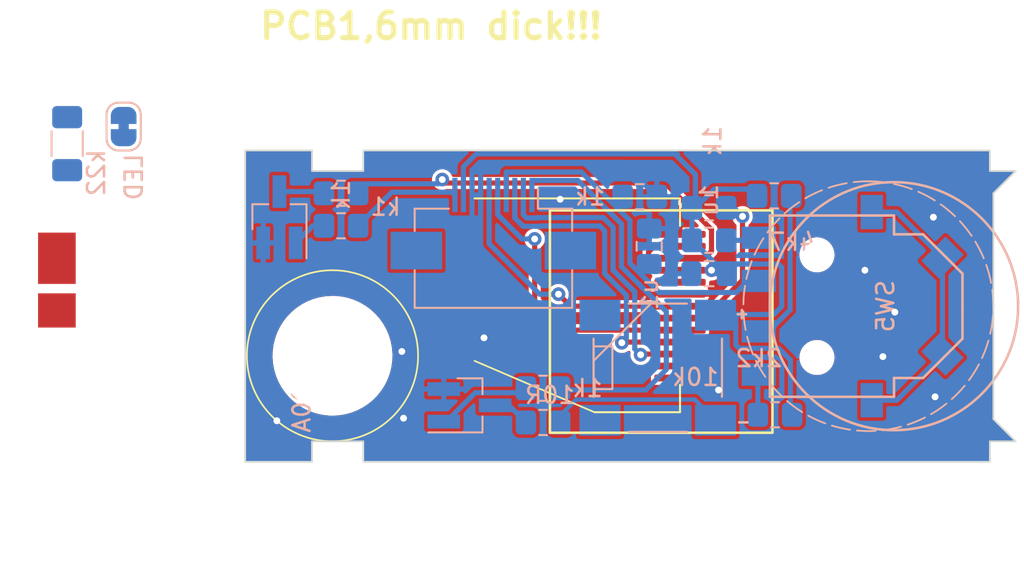
<source format=kicad_pcb>
(kicad_pcb (version 20221018) (generator pcbnew)
  (layers (0 "F.Cu" signal) (31 "B.Cu" signal) (34 "B.Paste" user) (35 "F.Paste" user) (36 "B.SilkS" user "B.Silkscreen") (37 "F.SilkS" user "F.Silkscreen") (38 "B.Mask" user) (39 "F.Mask" user) (44 "Edge.Cuts" user))
  (net 0 "")
  (net 1 "Net-(BZ1-+)")
  (net 2 "+3.3VP")
  (net 3 "GND1")
  (net 4 "/SW")
  (net 5 "/BUZZER")
  (net 6 "/MOSI")
  (net 7 "/SCLK")
  (net 8 "/RS")
  (net 9 "/CS")
  (net 10 "/BACKLIGHT")
  (net 11 "Net-(Q1-G)")
  (net 12 "Net-(Q1-D)")
  (net 13 "Net-(Q2-B)")
  (net 14 "Net-(X1-LEDK)")
  (net 15 "Net-(R8-Pad2)")
  (net 19 "Net-(D1-A)")
  (net 20 "Net-(Q2-C)")
  (net 21 "Net-(R9-Pad2)")
  (net 22 "Net-(X1-RES)")
  (net 23 "unconnected-(SW5-PadMP)")
  (net 24 "Net-(R6-Pad1)")
  (net 25 "Net-(JP1-B)")
  (footprint "liebler_OPTO:FP-114 13pol top only" (layer "F.Cu") (at 105.8 100 180)
    (fp_text reference "X1" hide)
    (fp_text value "LH114" hide)
    (fp_line (start 2.9 -6.2) (end 2.9 -4.6) (stroke (width 0.12)) (layer "F.SilkS"))
    (fp_line (start 2.9 6.3) (end 2.9 4.7) (stroke (width 0.12)) (layer "F.SilkS"))
    (fp_line (start 7.9 -6.2) (end 2.9 -6.2) (stroke (width 0.12)) (layer "F.SilkS"))
    (fp_line (start 14.9 -3.2) (end 7.9 -6.2) (stroke (width 0.1)) (layer "F.SilkS"))
    (fp_line (start 14.9 6.3) (end 2.9 6.3) (stroke (width 0.12)) (layer "F.SilkS"))
    (pad "1" smd roundrect (at 2.9 -4.2 180) (size 3 0.4) (layers "F.Cu" "F.Paste" "F.Mask"))
    (pad "2" smd roundrect (at 2.9 -3.5 180) (size 3 0.4) (layers "F.Cu" "F.Paste" "F.Mask"))
    (pad "3" smd roundrect (at 2.9 -2.8 180) (size 3 0.4) (layers "F.Cu" "F.Paste" "F.Mask") (net 6 "/MOSI"))
    (pad "4" smd roundrect (at 2.9 -2.1 180) (size 3 0.4) (layers "F.Cu" "F.Paste" "F.Mask") (net 7 "/SCLK"))
    (pad "5" smd roundrect (at 2.9 -1.4 180) (size 3 0.4) (layers "F.Cu" "F.Paste" "F.Mask") (net 8 "/RS"))
    (pad "6" smd roundrect (at 2.9 -0.7 180) (size 3 0.4) (layers "F.Cu" "F.Paste" "F.Mask") (net 22 "Net-(X1-RES)"))
    (pad "7" smd roundrect (at 2.9 0 180) (size 3 0.4) (layers "F.Cu" "F.Paste" "F.Mask") (net 9 "/CS"))
    (pad "8" smd roundrect (at 2.9 0.7 180) (size 3 0.4) (layers "F.Cu" "F.Paste" "F.Mask") (net 3 "GND1"))
    (pad "9" smd roundrect (at 2.9 1.4 180) (size 3 0.4) (layers "F.Cu" "F.Paste" "F.Mask"))
    (pad "10" smd roundrect (at 2.9 2.1 180) (size 3 0.4) (layers "F.Cu" "F.Paste" "F.Mask") (net 2 "+3.3VP"))
    (pad "11" smd roundrect (at 2.9 2.8 180) (size 3 0.4) (layers "F.Cu" "F.Paste" "F.Mask") (net 14 "Net-(X1-LEDK)"))
    (pad "12" smd roundrect (at 2.9 3.5 180) (size 3 0.4) (layers "F.Cu" "F.Paste" "F.Mask") (net 2 "+3.3VP"))
    (pad "13" smd roundrect (at 2.9 4.2 180) (size 3 0.4) (layers "F.Cu" "F.Paste" "F.Mask") (net 3 "GND1"))
  )
  (footprint "liebler_OPTO:LED_PLCC_2835_Handsoldering" (layer "F.Cu") (at 66.5 98.5 -90)
    (fp_text reference "D1" hide)
    (fp_text value "LED")
    (pad "1" smd rect (at -1.3 0 270) (size 3 2.2) (layers "F.Cu" "F.Paste" "F.Mask") (net 3 "GND1"))
    (pad "2" smd rect (at 1.75 0 270) (size 2 2.2) (layers "F.Cu" "F.Paste" "F.Mask") (net 19 "Net-(D1-A)"))
  )
  (footprint "liebler_MECH:SMA_Schraubbefestigung" (layer "F.Cu") (at 82.6 102.9)
    (fp_text reference "H3" hide)
    (fp_text value "Antenna Hole")
    (fp_circle (center 0 0) (end 5 0) (stroke (width 0.1)) (fill none) (layer "F.SilkS"))
    (pad "" np_thru_hole circle (at 0 0) (size 6.5 6.5) (drill 6.5) (layers "F&B.Cu" "*.Mask"))
  )
  (footprint "Resistor_SMD:R_0805_2012Metric_Pad1.20x1.40mm_HandSolder" (layer "B.Cu") (at 94.9 106.8)
    (fp_text reference "R4" hide)
    (fp_text value "10R" (at 0.4 -1.6) (layer "B.SilkS") (effects (justify mirror)))
    (fp_line (start -0.227064 -0.735) (end 0.227064 -0.735) (stroke (width 0.12)) (layer "B.SilkS"))
    (fp_line (start -0.227064 0.735) (end 0.227064 0.735) (stroke (width 0.12)) (layer "B.SilkS"))
    (pad "1" smd roundrect (at -1 0) (size 1.2 1.4) (layers "B.Cu" "B.Paste" "B.Mask") (roundrect_rratio 0.2083333333) (net 20 "Net-(Q2-C)"))
    (pad "2" smd roundrect (at 1 0) (size 1.2 1.4) (layers "B.Cu" "B.Paste" "B.Mask") (roundrect_rratio 0.2083333333) (net 1 "Net-(BZ1-+)"))
  )
  (footprint "Capacitor_SMD:C_0805_2012Metric_Pad1.18x1.45mm_HandSolder" (layer "B.Cu") (at 104.6 98.1 180)
    (fp_text reference "C2" hide)
    (fp_text value "1u" (at 0 4.3 90) (layer "B.SilkS") (effects (justify mirror)))
    (fp_line (start -0.261252 -0.735) (end 0.261252 -0.735) (stroke (width 0.12)) (layer "B.SilkS"))
    (fp_line (start -0.261252 0.735) (end 0.261252 0.735) (stroke (width 0.12)) (layer "B.SilkS"))
    (pad "1" smd roundrect (at -1.0375 0 180) (size 1.175 1.45) (layers "B.Cu" "B.Paste" "B.Mask") (roundrect_rratio 0.2127659574) (net 2 "+3.3VP"))
    (pad "2" smd roundrect (at 1.0375 0 180) (size 1.175 1.45) (layers "B.Cu" "B.Paste" "B.Mask") (roundrect_rratio 0.2127659574) (net 3 "GND1"))
  )
  (footprint "Resistor_SMD:R_0805_2012Metric_Pad1.20x1.40mm_HandSolder" (layer "B.Cu") (at 94.9 104.8 180)
    (fp_text reference "R3" hide)
    (fp_text value "1k" (at -2.6 0) (layer "B.SilkS") (effects (justify mirror)))
    (fp_line (start -0.227064 -0.735) (end 0.227064 -0.735) (stroke (width 0.12)) (layer "B.SilkS"))
    (fp_line (start -0.227064 0.735) (end 0.227064 0.735) (stroke (width 0.12)) (layer "B.SilkS"))
    (pad "1" smd roundrect (at -1 0 180) (size 1.2 1.4) (layers "B.Cu" "B.Paste" "B.Mask") (roundrect_rratio 0.2083333333) (net 5 "/BUZZER"))
    (pad "2" smd roundrect (at 1 0 180) (size 1.2 1.4) (layers "B.Cu" "B.Paste" "B.Mask") (roundrect_rratio 0.2083333333) (net 13 "Net-(Q2-B)"))
  )
  (footprint "Resistor_SMD:R_0805_2012Metric_Pad1.20x1.40mm_HandSolder" (layer "B.Cu") (at 108.4 93.55 180)
    (fp_text reference "R6" hide)
    (fp_text value "2k2" (at 0.9 -9.5) (layer "B.SilkS") (effects (justify mirror)))
    (fp_line (start -0.227064 -0.735) (end 0.227064 -0.735) (stroke (width 0.12)) (layer "B.SilkS"))
    (fp_line (start -0.227064 0.735) (end 0.227064 0.735) (stroke (width 0.12)) (layer "B.SilkS"))
    (pad "1" smd roundrect (at -1 0 180) (size 1.2 1.4) (layers "B.Cu" "B.Paste" "B.Mask") (roundrect_rratio 0.2083333333) (net 24 "Net-(R6-Pad1)"))
    (pad "2" smd roundrect (at 1 0 180) (size 1.2 1.4) (layers "B.Cu" "B.Paste" "B.Mask") (roundrect_rratio 0.2083333333) (net 2 "+3.3VP"))
  )
  (footprint "Resistor_SMD:R_1206_3216Metric_Pad1.30x1.75mm_HandSolder" (layer "B.Cu") (at 67.1 90.5 -90)
    (fp_text reference "R7" hide)
    (fp_text value "k22" (at 1.7 -1.7 -90) (layer "B.SilkS") (effects (justify mirror)))
    (fp_line (start -0.727064 -0.91) (end 0.727064 -0.91) (stroke (width 0.12)) (layer "B.SilkS"))
    (fp_line (start -0.727064 0.91) (end 0.727064 0.91) (stroke (width 0.12)) (layer "B.SilkS"))
    (pad "1" smd roundrect (at -1.55 0 270) (size 1.3 1.75) (layers "B.Cu" "B.Paste" "B.Mask") (roundrect_rratio 0.1923076923) (net 25 "Net-(JP1-B)"))
    (pad "2" smd roundrect (at 1.55 0 270) (size 1.3 1.75) (layers "B.Cu" "B.Paste" "B.Mask") (roundrect_rratio 0.1923076923) (net 19 "Net-(D1-A)"))
  )
  (footprint "liebler_MECH:XDCR_CMT-7525-80-SMT-TR_handsolder" (layer "B.Cu") (at 101.6 103.6 180)
    (fp_text reference "BZ1" hide)
    (fp_text value "Buzzer" hide)
    (fp_text user "+" (at -4.915 3.175) (layer "B.SilkS") (effects (font (size 0.64 0.64)) (justify mirror)))
    (fp_text user "-" (at -5 -3.15) (layer "B.SilkS") (effects (font (size 0.64 0.64)) (justify mirror)))
    (fp_line (start -3.75 1.7) (end -3.75 -1.7) (stroke (width 0.127)) (layer "B.SilkS"))
    (fp_line (start -1.7 -3.75) (end 1.7 -3.75) (stroke (width 0.127)) (layer "B.SilkS"))
    (fp_line (start 0.4 3.75) (end 3.75 0.4) (stroke (width 0.12)) (layer "B.SilkS"))
    (fp_line (start 1.7 3.75) (end -1.7 3.75) (stroke (width 0.127)) (layer "B.SilkS"))
    (fp_line (start 3.75 -1.7) (end 3.75 1.7) (stroke (width 0.127)) (layer "B.SilkS"))
    (fp_rect (start 3.75 1.25) (end 2.65 -1.25) (stroke (width 0.12)) (fill none) (layer "B.SilkS"))
    (pad "1" smd rect (at 3.375 3.075 180) (size 2.4 1.8) (layers "B.Cu" "B.Paste" "B.Mask"))
    (pad "2" smd rect (at 3.375 -3.075 180) (size 2.4 1.8) (layers "B.Cu" "B.Paste" "B.Mask"))
    (pad "N" smd rect (at -3.375 -3.075 180) (size 2.4 1.8) (layers "B.Cu" "B.Paste" "B.Mask") (net 1 "Net-(BZ1-+)"))
    (pad "P" smd rect (at -3.375 3.075 180) (size 2.4 1.8) (layers "B.Cu" "B.Paste" "B.Mask") (net 2 "+3.3VP"))
  )
  (footprint "Resistor_SMD:R_0805_2012Metric_Pad1.20x1.40mm_HandSolder" (layer "B.Cu") (at 83.1 93.4)
    (fp_text reference "R2" hide)
    (fp_text value "k1" (at 2.6 0.8) (layer "B.SilkS") (effects (justify mirror)))
    (fp_line (start -0.227064 -0.735) (end 0.227064 -0.735) (stroke (width 0.12)) (layer "B.SilkS"))
    (fp_line (start -0.227064 0.735) (end 0.227064 0.735) (stroke (width 0.12)) (layer "B.SilkS"))
    (pad "1" smd roundrect (at -1 0) (size 1.2 1.4) (layers "B.Cu" "B.Paste" "B.Mask") (roundrect_rratio 0.2083333333) (net 12 "Net-(Q1-D)"))
    (pad "2" smd roundrect (at 1 0) (size 1.2 1.4) (layers "B.Cu" "B.Paste" "B.Mask") (roundrect_rratio 0.2083333333) (net 14 "Net-(X1-LEDK)"))
  )
  (footprint "Capacitor_SMD:C_0805_2012Metric_Pad1.18x1.45mm_HandSolder" (layer "B.Cu") (at 101.1 96.5 -90)
    (fp_text reference "C1" hide)
    (fp_text value "u1" (at 2.8 0 90) (layer "B.SilkS") (effects (justify mirror)))
    (fp_line (start -0.261252 -0.735) (end 0.261252 -0.735) (stroke (width 0.12)) (layer "B.SilkS"))
    (fp_line (start -0.261252 0.735) (end 0.261252 0.735) (stroke (width 0.12)) (layer "B.SilkS"))
    (pad "1" smd roundrect (at -1.0375 0 270) (size 1.175 1.45) (layers "B.Cu" "B.Paste" "B.Mask") (roundrect_rratio 0.2127659574) (net 3 "GND1"))
    (pad "2" smd roundrect (at 1.0375 0 270) (size 1.175 1.45) (layers "B.Cu" "B.Paste" "B.Mask") (roundrect_rratio 0.2127659574) (net 4 "/SW"))
  )
  (footprint "Resistor_SMD:R_0805_2012Metric_Pad1.20x1.40mm_HandSolder" (layer "B.Cu") (at 83.1 95.3 180)
    (fp_text reference "R1" hide)
    (fp_text value "1k" (at 0 1.8 90) (layer "B.SilkS") (effects (justify mirror)))
    (fp_line (start -0.227064 -0.735) (end 0.227064 -0.735) (stroke (width 0.12)) (layer "B.SilkS"))
    (fp_line (start -0.227064 0.735) (end 0.227064 0.735) (stroke (width 0.12)) (layer "B.SilkS"))
    (pad "1" smd roundrect (at -1 0 180) (size 1.2 1.4) (layers "B.Cu" "B.Paste" "B.Mask") (roundrect_rratio 0.2083333333) (net 10 "/BACKLIGHT"))
    (pad "2" smd roundrect (at 1 0 180) (size 1.2 1.4) (layers "B.Cu" "B.Paste" "B.Mask") (roundrect_rratio 0.2083333333) (net 11 "Net-(Q1-G)"))
  )
  (footprint "Resistor_SMD:R_0805_2012Metric_Pad1.20x1.40mm_HandSolder" (layer "B.Cu") (at 104.6 94.25)
    (fp_text reference "R12" hide)
    (fp_text value "1k" (at 0.2 -3.9 90) (layer "B.SilkS") (effects (justify mirror)))
    (fp_line (start -0.227064 -0.735) (end 0.227064 -0.735) (stroke (width 0.12)) (layer "B.SilkS"))
    (fp_line (start -0.227064 0.735) (end 0.227064 0.735) (stroke (width 0.12)) (layer "B.SilkS"))
    (pad "1" smd roundrect (at -1 0) (size 1.2 1.4) (layers "B.Cu" "B.Paste" "B.Mask") (roundrect_rratio 0.2083333333) (net 2 "+3.3VP"))
    (pad "2" smd roundrect (at 1 0) (size 1.2 1.4) (layers "B.Cu" "B.Paste" "B.Mask") (roundrect_rratio 0.2083333333) (net 22 "Net-(X1-RES)"))
  )
  (footprint "liebler_CONN:FFC_FPC_10_P0.50mm_Horizontal" (layer "B.Cu") (at 92 94.3 180)
    (fp_text reference "J1" hide)
    (fp_text value "Conn_01x10")
    (fp_line (start -4.6 -5.8) (end 4.6 -5.8) (stroke (width 0.12)) (layer "B.SilkS"))
    (fp_line (start -4.6 -3.6) (end -4.6 -5.8) (stroke (width 0.12)) (layer "B.SilkS"))
    (fp_line (start -4.6 0) (end -4.6 -1.3) (stroke (width 0.12)) (layer "B.SilkS"))
    (fp_line (start -2.6 0) (end -4.6 0) (stroke (width 0.12)) (layer "B.SilkS"))
    (fp_line (start -2.6 0) (end -2.6 1.2) (stroke (width 0.12)) (layer "B.SilkS"))
    (fp_line (start 2.6 0) (end 4.6 0) (stroke (width 0.12)) (layer "B.SilkS"))
    (fp_line (start 4.6 -5.8) (end 4.6 -3.6) (stroke (width 0.12)) (layer "B.SilkS"))
    (fp_line (start 4.6 0) (end 4.6 -1.3) (stroke (width 0.12)) (layer "B.SilkS"))
    (pad "1" smd rect (at -2.25 0.8 180) (size 0.3 2) (layers "B.Cu" "B.Paste" "B.Mask") (net 5 "/BUZZER"))
    (pad "2" smd rect (at -1.75 0.8 180) (size 0.3 2) (layers "B.Cu" "B.Paste" "B.Mask") (net 6 "/MOSI"))
    (pad "3" smd rect (at -1.25 0.8 180) (size 0.3 2) (layers "B.Cu" "B.Paste" "B.Mask") (net 7 "/SCLK"))
    (pad "4" smd rect (at -0.75 0.8 180) (size 0.3 2) (layers "B.Cu" "B.Paste" "B.Mask") (net 4 "/SW"))
    (pad "5" smd rect (at -0.25 0.8 180) (size 0.3 2) (layers "B.Cu" "B.Paste" "B.Mask") (net 8 "/RS"))
    (pad "6" smd rect (at 0.25 0.8 180) (size 0.3 2) (layers "B.Cu" "B.Paste" "B.Mask") (net 9 "/CS"))
    (pad "7" smd rect (at 0.75 0.8 180) (size 0.3 2) (layers "B.Cu" "B.Paste" "B.Mask") (net 3 "GND1"))
    (pad "8" smd rect (at 1.25 0.8 180) (size 0.3 2) (layers "B.Cu" "B.Paste" "B.Mask") (net 3 "GND1"))
    (pad "9" smd rect (at 1.75 0.8 180) (size 0.3 2) (layers "B.Cu" "B.Paste" "B.Mask") (net 2 "+3.3VP"))
    (pad "10" smd rect (at 2.25 0.8 180) (size 0.3 2) (layers "B.Cu" "B.Paste" "B.Mask") (net 10 "/BACKLIGHT"))
    (pad "MP" smd rect (at -4.5 -2.45 180) (size 3 2.2) (layers "B.Cu" "B.Paste" "B.Mask"))
    (pad "MP" smd rect (at 4.5 -2.45 180) (size 3 2.2) (layers "B.Cu" "B.Paste" "B.Mask"))
  )
  (footprint "Resistor_SMD:R_0805_2012Metric_Pad1.20x1.40mm_HandSolder" (layer "B.Cu") (at 108.45 106.35 180)
    (fp_text reference "R9" hide)
    (fp_text value "4k7" (at -1 10.1) (layer "B.SilkS") (effects (justify mirror)))
    (fp_line (start -0.227064 -0.735) (end 0.227064 -0.735) (stroke (width 0.12)) (layer "B.SilkS"))
    (fp_line (start -0.227064 0.735) (end 0.227064 0.735) (stroke (width 0.12)) (layer "B.SilkS"))
    (pad "1" smd roundrect (at -1 0 180) (size 1.2 1.4) (layers "B.Cu" "B.Paste" "B.Mask") (roundrect_rratio 0.2083333333) (net 2 "+3.3VP"))
    (pad "2" smd roundrect (at 1 0 180) (size 1.2 1.4) (layers "B.Cu" "B.Paste" "B.Mask") (roundrect_rratio 0.2083333333) (net 21 "Net-(R9-Pad2)"))
  )
  (footprint "liebler_MECH:Mitsumi_SIQ-02FVS3" (layer "B.Cu") (at 115.4 100 90)
    (fp_text reference "SW5" (at 0 -0.5 90) (layer "B.SilkS") (effects (justify mirror)))
    (fp_text value "Rotary_Encoder_Switch_with_Mountingpoint")
    (fp_line (start -5.3 -7.25) (end -5.3 0) (stroke (width 0.15)) (layer "B.SilkS"))
    (fp_line (start -5.3 0) (end -4.2 0) (stroke (width 0.15)) (layer "B.SilkS"))
    (fp_line (start -4.2 1.7) (end -4.2 0) (stroke (width 0.15)) (layer "B.SilkS"))
    (fp_line (start -1.9 4) (end -4.2 1.7) (stroke (width 0.15)) (layer "B.SilkS"))
    (fp_line (start 0 -7.25) (end -5.3 -7.25) (stroke (width 0.15)) (layer "B.SilkS"))
    (fp_line (start 0 -7.25) (end 5.3 -7.25) (stroke (width 0.15)) (layer "B.SilkS"))
    (fp_line (start 0 4) (end -1.9 4) (stroke (width 0.15)) (layer "B.SilkS"))
    (fp_line (start 0 4) (end 1.9 4) (stroke (width 0.15)) (layer "B.SilkS"))
    (fp_line (start 1.9 4) (end 4.2 1.7) (stroke (width 0.15)) (layer "B.SilkS"))
    (fp_line (start 4.2 1.7) (end 4.2 0) (stroke (width 0.15)) (layer "B.SilkS"))
    (fp_line (start 5.3 -7.25) (end 5.3 0) (stroke (width 0.15)) (layer "B.SilkS"))
    (fp_line (start 5.3 0) (end 4.2 0) (stroke (width 0.15)) (layer "B.SilkS"))
    (fp_circle (center 0 -1.5) (end 7.3 -1.5) (stroke (width 0.1) (type dash)) (fill none) (layer "B.SilkS"))
    (fp_circle (center 0 0) (end 0 7.25) (stroke (width 0.15)) (fill none) (layer "B.SilkS"))
    (pad "" np_thru_hole circle (at -3 -4.5 90) (size 1.55 1.55) (drill 1.55) (layers "*.Cu" "*.Mask"))
    (pad "" np_thru_hole circle (at 3 -4.5 90) (size 1.55 1.55) (drill 1.55) (layers "*.Cu" "*.Mask"))
    (pad "A" smd rect (at -4 -7.9 90) (size 1.3 2) (layers "B.Cu" "B.Paste" "B.Mask") (net 21 "Net-(R9-Pad2)"))
    (pad "B" smd rect (at 4 -7.9 90) (size 1.3 2) (layers "B.Cu" "B.Paste" "B.Mask") (net 15 "Net-(R8-Pad2)"))
    (pad "C" smd rect (at 1.475 -7.9 90) (size 1.3 2) (layers "B.Cu" "B.Paste" "B.Mask") (net 4 "/SW"))
    (pad "MP" smd rect (at -5.5 -1.3 90) (size 2 1.3) (layers "B.Cu" "B.Paste" "B.Mask") (net 23 "unconnected-(SW5-PadMP)"))
    (pad "MP" smd rect (at -2.83 2.83 45) (size 1.5 2) (layers "B.Cu" "B.Paste" "B.Mask") (net 23 "unconnected-(SW5-PadMP)"))
    (pad "MP" smd rect (at 2.83 2.83 315) (size 1.5 2) (layers "B.Cu" "B.Paste" "B.Mask") (net 23 "unconnected-(SW5-PadMP)"))
    (pad "MP" smd rect (at 5.5 -1.3 90) (size 2 1.3) (layers "B.Cu" "B.Paste" "B.Mask") (net 23 "unconnected-(SW5-PadMP)"))
    (pad "S" smd rect (at -1.475 -7.9 90) (size 1.3 2) (layers "B.Cu" "B.Paste" "B.Mask") (net 24 "Net-(R6-Pad1)"))
  )
  (footprint "Resistor_SMD:R_0805_2012Metric_Pad1.20x1.40mm_HandSolder" (layer "B.Cu") (at 104.6 96.15)
    (fp_text reference "R8" hide)
    (fp_text value "10k" (at -0.8 8) (layer "B.SilkS") (effects (justify mirror)))
    (fp_line (start -0.227064 -0.735) (end 0.227064 -0.735) (stroke (width 0.12)) (layer "B.SilkS"))
    (fp_line (start -0.227064 0.735) (end 0.227064 0.735) (stroke (width 0.12)) (layer "B.SilkS"))
    (pad "1" smd roundrect (at -1 0) (size 1.2 1.4) (layers "B.Cu" "B.Paste" "B.Mask") (roundrect_rratio 0.2083333333) (net 2 "+3.3VP"))
    (pad "2" smd roundrect (at 1 0) (size 1.2 1.4) (layers "B.Cu" "B.Paste" "B.Mask") (roundrect_rratio 0.2083333333) (net 15 "Net-(R8-Pad2)"))
  )
  (footprint "liebler_SEMICONDUCTORS:SOT-23_Handsoldering" (layer "B.Cu") (at 90.6 105.8)
    (fp_text reference "Q2" hide)
    (fp_text value "Q_NPN_BEC" hide)
    (fp_line (start 0.76 -1.58) (end -0.7 -1.58) (stroke (width 0.12)) (layer "B.SilkS"))
    (fp_line (start 0.76 -1.58) (end 0.76 -0.65) (stroke (width 0.12)) (layer "B.SilkS"))
    (fp_line (start 0.76 1.58) (end -2.4 1.58) (stroke (width 0.12)) (layer "B.SilkS"))
    (fp_line (start 0.76 1.58) (end 0.76 0.65) (stroke (width 0.12)) (layer "B.SilkS"))
    (pad "1" smd rect (at -1.5 0.95) (size 1.9 0.8) (layers "B.Cu" "B.Paste" "B.Mask") (net 13 "Net-(Q2-B)"))
    (pad "2" smd rect (at -1.5 -0.95) (size 1.9 0.8) (layers "B.Cu" "B.Paste" "B.Mask") (net 3 "GND1"))
    (pad "3" smd rect (at 1.5 0) (size 1.9 0.8) (layers "B.Cu" "B.Paste" "B.Mask") (net 20 "Net-(Q2-C)"))
  )
  (footprint "Resistor_SMD:R_0805_2012Metric_Pad1.20x1.40mm_HandSolder" (layer "B.Cu") (at 100.55 93.6 180)
    (fp_text reference "R5" hide)
    (fp_text value "1k" (at 2.9 0) (layer "B.SilkS") (effects (justify mirror)))
    (fp_line (start -0.227064 -0.735) (end 0.227064 -0.735) (stroke (width 0.12)) (layer "B.SilkS"))
    (fp_line (start -0.227064 0.735) (end 0.227064 0.735) (stroke (width 0.12)) (layer "B.SilkS"))
    (pad "1" smd roundrect (at -1 0 180) (size 1.2 1.4) (layers "B.Cu" "B.Paste" "B.Mask") (roundrect_rratio 0.2083333333) (net 3 "GND1"))
    (pad "2" smd roundrect (at 1 0 180) (size 1.2 1.4) (layers "B.Cu" "B.Paste" "B.Mask") (roundrect_rratio 0.2083333333) (net 4 "/SW"))
  )
  (footprint "Jumper:SolderJumper-2_P1.3mm_Bridged_RoundedPad1.0x1.5mm" (layer "B.Cu") (at 70.4 89.5 -90)
    (fp_text reference "JP1" hide)
    (fp_text value "LED" (at 2.95 -0.6 90) (layer "B.SilkS") (effects (justify mirror)))
    (fp_poly (pts (xy 0.25 0.3) (xy -0.25 0.3) (xy -0.25 -0.3) (xy 0.25 -0.3)) (fill solid) (layer "B.Cu"))
    (fp_line (start -1.4 -0.3) (end -1.4 0.3) (stroke (width 0.12)) (layer "B.SilkS"))
    (fp_line (start -0.7 1) (end 0.7 1) (stroke (width 0.12)) (layer "B.SilkS"))
    (fp_line (start 0.7 -1) (end -0.7 -1) (stroke (width 0.12)) (layer "B.SilkS"))
    (fp_line (start 1.4 0.3) (end 1.4 -0.3) (stroke (width 0.12)) (layer "B.SilkS"))
    (fp_arc (start -1.4 -0.3) (mid -1.194975 -0.794975) (end -0.7 -1) (stroke (width 0.12)) (layer "B.SilkS"))
    (fp_arc (start -0.7 1) (mid -1.194975 0.794975) (end -1.4 0.3) (stroke (width 0.12)) (layer "B.SilkS"))
    (fp_arc (start 0.7 -1) (mid 1.194975 -0.794975) (end 1.4 -0.3) (stroke (width 0.12)) (layer "B.SilkS"))
    (fp_arc (start 1.4 0.3) (mid 1.194975 0.794975) (end 0.7 1) (stroke (width 0.12)) (layer "B.SilkS"))
    (pad "1" smd custom (at -0.65 0 270) (size 1 0.5) (layers "B.Cu" "B.Mask") (net 2 "+3.3VP") (options (clearance outline) (anchor rect)) (primitives (gr_circle (center 0 -0.25) (end 0.5 -0.25) (width 0) (fill yes)) (gr_circle (center 0 0.25) (end 0.5 0.25) (width 0) (fill yes)) (gr_poly (pts (xy 0.5 -0.75) (xy 0 -0.75) (xy 0 0.75) (xy 0.5 0.75)) (width 0) (fill yes))))
    (pad "2" smd custom (at 0.65 0 270) (size 1 0.5) (layers "B.Cu" "B.Mask") (net 25 "Net-(JP1-B)") (options (clearance outline) (anchor rect)) (primitives (gr_circle (center 0 -0.25) (end 0.5 -0.25) (width 0) (fill yes)) (gr_circle (center 0 0.25) (end 0.5 0.25) (width 0) (fill yes)) (gr_poly (pts (xy 0 -0.75) (xy -0.5 -0.75) (xy -0.5 0.75) (xy 0 0.75)) (width 0) (fill yes))))
  )
  (footprint "liebler_SEMICONDUCTORS:SOT-23_Handsoldering" (layer "B.Cu") (at 79.5 94.8 90)
    (fp_text reference "Q1" hide)
    (fp_text value "AO3400A" (at -9.3 1.3 90) (layer "B.SilkS") (effects (justify mirror)))
    (fp_line (start 0.76 -1.58) (end -0.7 -1.58) (stroke (width 0.12)) (layer "B.SilkS"))
    (fp_line (start 0.76 -1.58) (end 0.76 -0.65) (stroke (width 0.12)) (layer "B.SilkS"))
    (fp_line (start 0.76 1.58) (end -2.4 1.58) (stroke (width 0.12)) (layer "B.SilkS"))
    (fp_line (start 0.76 1.58) (end 0.76 0.65) (stroke (width 0.12)) (layer "B.SilkS"))
    (pad "1" smd rect (at -1.5 0.95 90) (size 1.9 0.8) (layers "B.Cu" "B.Paste" "B.Mask") (net 11 "Net-(Q1-G)"))
    (pad "2" smd rect (at -1.5 -0.95 90) (size 1.9 0.8) (layers "B.Cu" "B.Paste" "B.Mask") (net 3 "GND1"))
    (pad "3" smd rect (at 1.5 0 90) (size 1.9 0.8) (layers "B.Cu" "B.Paste" "B.Mask") (net 12 "Net-(Q1-D)"))
  )
  (gr_rect (start 95.3 94.4) (end 108.3 107.4) (stroke (width 0.15)) (fill none) (layer "F.SilkS"))
  (gr_line (start 84.4 109.1) (end 121 109.1) (stroke (width 0.1)) (layer "Edge.Cuts"))
  (gr_line (start 81.4 92.1) (end 81.4 90.9) (stroke (width 0.1)) (layer "Edge.Cuts"))
  (gr_line (start 84.4 92.1) (end 84.4 90.9) (stroke (width 0.1)) (layer "Edge.Cuts"))
  (gr_line (start 81.4 107.9) (end 84.4 107.9) (stroke (width 0.1)) (layer "Edge.Cuts"))
  (gr_line (start 121 107.9) (end 121 109.1) (stroke (width 0.1)) (layer "Edge.Cuts"))
  (gr_line (start 121.2 93.4) (end 121.2 106.6) (stroke (width 0.1)) (layer "Edge.Cuts"))
  (gr_line (start 121 107.9) (end 122.5 107.9) (stroke (width 0.1)) (layer "Edge.Cuts"))
  (gr_line (start 121 92.1) (end 121 90.9) (stroke (width 0.1)) (layer "Edge.Cuts"))
  (gr_line (start 77.5 90.9) (end 77.5 109.1) (stroke (width 0.1)) (layer "Edge.Cuts"))
  (gr_line (start 121.2 106.6) (end 122.5 107.9) (stroke (width 0.1)) (layer "Edge.Cuts"))
  (gr_line (start 77.5 109.1) (end 81.4 109.1) (stroke (width 0.1)) (layer "Edge.Cuts"))
  (gr_line (start 81.4 92.1) (end 84.4 92.1) (stroke (width 0.1)) (layer "Edge.Cuts"))
  (gr_line (start 84.4 107.9) (end 84.4 109.1) (stroke (width 0.1)) (layer "Edge.Cuts"))
  (gr_line (start 81.4 90.9) (end 77.5 90.9) (stroke (width 0.1)) (layer "Edge.Cuts"))
  (gr_line (start 81.4 109.1) (end 81.4 107.9) (stroke (width 0.1)) (layer "Edge.Cuts"))
  (gr_line (start 122.5 92.1) (end 121 92.1) (stroke (width 0.1)) (layer "Edge.Cuts"))
  (gr_line (start 121.2 93.4) (end 122.5 92.1) (stroke (width 0.1)) (layer "Edge.Cuts"))
  (gr_line (start 84.4 90.9) (end 121 90.9) (stroke (width 0.1)) (layer "Edge.Cuts"))
  (gr_text "PCB1,6mm dick!!!" (at 78.2 84.5) (layer "F.SilkS") (effects (font (size 1.5 1.5) (thickness 0.3) bold) (justify left bottom)))
  (segment (start 96.84 105.46) (end 103.76 105.46) (width 0.25) (layer "B.Cu") (net 1))
  (segment (start 95.9 106.8) (end 95.9 106.4) (width 0.25) (layer "B.Cu") (net 1))
  (segment (start 95.9 106.4) (end 96.84 105.46) (width 0.25) (layer "B.Cu") (net 1))
  (segment (start 103.76 105.46) (end 104.975 106.675) (width 0.25) (layer "B.Cu") (net 1))
  (segment (start 102.9 97.9) (end 104.6375 97.9) (width 0.3) (layer "F.Cu") (net 2))
  (segment (start 101.477746 97.9) (end 101.06 97.482254) (width 0.3) (layer "F.Cu") (net 2))
  (segment (start 102.9 97.9) (end 101.477746 97.9) (width 0.3) (layer "F.Cu") (net 2))
  (segment (start 101.4 96.5) (end 102.9 96.5) (width 0.3) (layer "F.Cu") (net 2))
  (segment (start 101.06 96.84) (end 101.4 96.5) (width 0.3) (layer "F.Cu") (net 2))
  (segment (start 101.06 97.482254) (end 101.06 96.84) (width 0.3) (layer "F.Cu") (net 2))
  (via (at 104.7395 97.9) (size 0.8) (drill 0.4) (layers "F.Cu" "B.Cu") (net 2))
  (segment (start 90.25 91.85) (end 90.25 93.5) (width 0.3) (layer "B.Cu") (net 2))
  (segment (start 106.91 93.16) (end 104.89 93.16) (width 0.3) (layer "B.Cu") (net 2))
  (segment (start 103.85 94.2) (end 103.6 94.2) (width 0.3) (layer "B.Cu") (net 2))
  (segment (start 106.16 102.275) (end 106.35 102.465) (width 0.3) (layer "B.Cu") (net 2))
  (segment (start 106.4 100.485) (end 106.16 100.485) (width 0.3) (layer "B.Cu") (net 2))
  (segment (start 105.6375 98.1) (end 106.2025 97.535) (width 0.3) (layer "B.Cu") (net 2))
  (segment (start 108.665 102.465) (end 109.35 103.15) (width 0.3) (layer "B.Cu") (net 2))
  (segment (start 103.6 96.15) (end 103.6 94.5) (width 0.3) (layer "B.Cu") (net 2))
  (segment (start 102.6 91.1) (end 102.75 91.1) (width 0.3) (layer "B.Cu") (net 2))
  (segment (start 91 91.1) (end 90.25 91.85) (width 0.3) (layer "B.Cu") (net 2))
  (segment (start 103.8 94.3) (end 103.8 92.3) (width 0.3) (layer "B.Cu") (net 2))
  (segment (start 103.8 92.3) (end 102.6 91.1) (width 0.3) (layer "B.Cu") (net 2))
  (segment (start 106.4 100.485) (end 108.372036 100.485) (width 0.3) (layer "B.Cu") (net 2))
  (segment (start 104.7395 97.9) (end 104.7395 97.2895) (width 0.3) (layer "B.Cu") (net 2))
  (segment (start 107.4 97.535) (end 104.985 97.535) (width 0.3) (layer "B.Cu") (net 2))
  (segment (start 104.985 97.535) (end 103.6 96.15) (width 0.3) (layer "B.Cu") (net 2))
  (segment (start 109.35 103.15) (end 109.35 106.25) (width 0.3) (layer "B.Cu") (net 2))
  (segment (start 106.2025 97.535) (end 107.4 97.535) (width 0.3) (layer "B.Cu") (net 2))
  (segment (start 108.65 97.535) (end 107.4 97.535) (width 0.3) (layer "B.Cu") (net 2))
  (segment (start 106.2 100.485) (end 106.16 100.525) (width 0.3) (layer "B.Cu") (net 2))
  (segment (start 106.16 100.485) (end 106.16 102.275) (width 0.3) (layer "B.Cu") (net 2))
  (segment (start 106.4 100.485) (end 106.2 100.485) (width 0.3) (layer "B.Cu") (net 2))
  (segment (start 107.35 93.6) (end 106.91 93.16) (width 0.3) (layer "B.Cu") (net 2))
  (segment (start 109.35 106.25) (end 109.45 106.35) (width 0.3) (layer "B.Cu") (net 2))
  (segment (start 104.9395 98.1) (end 105.6375 98.1) (width 0.3) (layer "B.Cu") (net 2))
  (segment (start 108.84 97.725) (end 108.65 97.535) (width 0.3) (layer "B.Cu") (net 2))
  (segment (start 106.16 100.525) (end 104.975 100.525) (width 0.3) (layer "B.Cu") (net 2))
  (segment (start 108.84 100.017036) (end 108.84 97.725) (width 0.3) (layer "B.Cu") (net 2))
  (segment (start 108.372036 100.485) (end 108.84 100.017036) (width 0.3) (layer "B.Cu") (net 2))
  (segment (start 104.7395 97.2895) (end 103.6 96.15) (width 0.3) (layer "B.Cu") (net 2))
  (segment (start 106.35 102.465) (end 108.665 102.465) (width 0.3) (layer "B.Cu") (net 2))
  (segment (start 103.6 94.5) (end 103.8 94.3) (width 0.3) (layer "B.Cu") (net 2))
  (segment (start 104.7395 97.9) (end 104.9395 98.1) (width 0.3) (layer "B.Cu") (net 2))
  (segment (start 104.89 93.16) (end 103.85 94.2) (width 0.3) (layer "B.Cu") (net 2))
  (segment (start 102.6 91.1) (end 91 91.1) (width 0.3) (layer "B.Cu") (net 2))
  (via (at 113.7 97.9) (size 0.8) (drill 0.4) (layers "F.Cu" "B.Cu") (net 3))
  (via (at 86.65 102.65) (size 0.8) (drill 0.4) (layers "F.Cu" "B.Cu") (net 3))
  (via (at 95.9 93.75) (size 0.8) (drill 0.4) (layers "F.Cu" "B.Cu") (net 3))
  (via (at 114.75 102.95) (size 0.8) (drill 0.4) (layers "F.Cu" "B.Cu") (net 3))
  (via (at 86.75 106.55) (size 0.8) (drill 0.4) (layers "F.Cu" "B.Cu") (net 3))
  (via (at 91.45 101.85) (size 0.8) (drill 0.4) (layers "F.Cu" "B.Cu") (net 3))
  (via (at 79.35 106.7) (size 0.8) (drill 0.4) (layers "F.Cu" "B.Cu") (net 3))
  (via (at 117.7 94.8) (size 0.8) (drill 0.4) (layers "F.Cu" "B.Cu") (net 3))
  (via (at 117.8 105.3) (size 0.8) (drill 0.4) (layers "F.Cu" "B.Cu") (net 3))
  (via (at 115.45 100.35) (size 0.8) (drill 0.4) (layers "F.Cu" "B.Cu") (net 3))
  (via (at 105.15 104.9) (size 0.8) (drill 0.4) (layers "F.Cu" "B.Cu") (net 3))
  (segment (start 90.75 93.5) (end 90.75 92.042964) (width 0.3) (layer "B.Cu") (net 3))
  (segment (start 90.75 92.042964) (end 91.202964 91.59) (width 0.3) (layer "B.Cu") (net 3))
  (segment (start 91.202964 91.59) (end 99.54 91.59) (width 0.3) (layer "B.Cu") (net 3))
  (segment (start 99.54 91.59) (end 101.55 93.6) (width 0.3) (layer "B.Cu") (net 3))
  (segment (start 99.97 97.491108) (end 99.97 94.991105) (width 0.3) (layer "B.Cu") (net 4))
  (segment (start 92.75 92.17) (end 92.75 93.5) (width 0.3) (layer "B.Cu") (net 4))
  (segment (start 101.678892 99.2) (end 99.97 97.491108) (width 0.3) (layer "B.Cu") (net 4))
  (segment (start 97.138895 92.16) (end 92.76 92.16) (width 0.3) (layer "B.Cu") (net 4))
  (segment (start 92.76 92.16) (end 92.75 92.17) (width 0.3) (layer "B.Cu") (net 4))
  (segment (start 106.184386 99.2) (end 101.678892 99.2) (width 0.3) (layer "B.Cu") (net 4))
  (segment (start 99.97 94.991105) (end 97.138895 92.16) (width 0.3) (layer "B.Cu") (net 4))
  (segment (start 107.5 98.525) (end 106.859386 98.525) (width 0.3) (layer "B.Cu") (net 4))
  (segment (start 106.859386 98.525) (end 106.184386 99.2) (width 0.3) (layer "B.Cu") (net 4))
  (segment (start 99.48 97.694072) (end 102.1 100.314072) (width 0.3) (layer "B.Cu") (net 5))
  (segment (start 96.93593 92.65) (end 99.48 95.19407) (width 0.3) (layer "B.Cu") (net 5))
  (segment (start 100.9 104.9) (end 96 104.9) (width 0.3) (layer "B.Cu") (net 5))
  (segment (start 94.25 92.75) (end 94.35 92.65) (width 0.3) (layer "B.Cu") (net 5))
  (segment (start 94.25 93.5) (end 94.25 92.75) (width 0.3) (layer "B.Cu") (net 5))
  (segment (start 102.1 100.314072) (end 102.1 103.7) (width 0.3) (layer "B.Cu") (net 5))
  (segment (start 96 104.9) (end 95.9 104.8) (width 0.3) (layer "B.Cu") (net 5))
  (segment (start 94.35 92.65) (end 96.93593 92.65) (width 0.3) (layer "B.Cu") (net 5))
  (segment (start 102.1 103.7) (end 100.9 104.9) (width 0.3) (layer "B.Cu") (net 5))
  (segment (start 99.48 95.19407) (end 99.48 97.694072) (width 0.3) (layer "B.Cu") (net 5))
  (segment (start 100.6 102.8395) (end 100.6395 102.8) (width 0.3) (layer "F.Cu") (net 6))
  (segment (start 100.6395 102.8) (end 102.9 102.8) (width 0.3) (layer "F.Cu") (net 6))
  (via (at 100.6 102.8395) (size 0.8) (drill 0.4) (layers "F.Cu" "B.Cu") (net 6))
  (segment (start 93.94 94.84) (end 94.56 94.84) (width 0.3) (layer "B.Cu") (net 6))
  (segment (start 93.75 94.65) (end 93.94 94.84) (width 0.3) (layer "B.Cu") (net 6))
  (segment (start 93.75 93.5) (end 93.75 94.65) (width 0.3) (layer "B.Cu") (net 6))
  (segment (start 94.56 94.84) (end 94.58 94.82) (width 0.3) (layer "B.Cu") (net 6))
  (segment (start 94.58 94.82) (end 98.412964 94.82) (width 0.3) (layer "B.Cu") (net 6))
  (segment (start 100.255 102.4945) (end 100.6 102.8395) (width 0.3) (layer "B.Cu") (net 6))
  (segment (start 98.412964 94.82) (end 98.99 95.397035) (width 0.3) (layer "B.Cu") (net 6))
  (segment (start 98.99 97.897036) (end 100.255 99.162036) (width 0.3) (layer "B.Cu") (net 6))
  (segment (start 98.99 95.397035) (end 98.99 97.897036) (width 0.3) (layer "B.Cu") (net 6))
  (segment (start 100.255 99.162036) (end 100.255 102.4945) (width 0.3) (layer "B.Cu") (net 6))
  (segment (start 99.5 102.1395) (end 99.5395 102.1) (width 0.3) (layer "F.Cu") (net 7))
  (segment (start 99.5395 102.1) (end 102.9 102.1) (width 0.3) (layer "F.Cu") (net 7))
  (via (at 99.5 102.1395) (size 0.8) (drill 0.4) (layers "F.Cu" "B.Cu") (net 7))
  (segment (start 98.5 98.1) (end 98.5 95.6) (width 0.3) (layer "B.Cu") (net 7))
  (segment (start 98.5 95.6) (end 98.21 95.31) (width 0.3) (layer "B.Cu") (net 7))
  (segment (start 99.765 99.365) (end 98.5 98.1) (width 0.3) (layer "B.Cu") (net 7))
  (segment (start 93.737036 95.33) (end 93.25 94.842964) (width 0.3) (layer "B.Cu") (net 7))
  (segment (start 94.782965 95.31) (end 94.762965 95.33) (width 0.3) (layer "B.Cu") (net 7))
  (segment (start 94.762965 95.33) (end 93.737036 95.33) (width 0.3) (layer "B.Cu") (net 7))
  (segment (start 99.765 101.8745) (end 99.765 99.365) (width 0.3) (layer "B.Cu") (net 7))
  (segment (start 99.5 102.1395) (end 99.765 101.8745) (width 0.3) (layer "B.Cu") (net 7))
  (segment (start 93.25 94.842964) (end 93.25 93.5) (width 0.3) (layer "B.Cu") (net 7))
  (segment (start 98.21 95.31) (end 94.782965 95.31) (width 0.3) (layer "B.Cu") (net 7))
  (segment (start 94.410498 96.0695) (end 94.410498 99.710498) (width 0.3) (layer "F.Cu") (net 8))
  (segment (start 94.410498 99.710498) (end 96.1 101.4) (width 0.3) (layer "F.Cu") (net 8))
  (segment (start 96.1 101.4) (end 104.2 101.4) (width 0.3) (layer "F.Cu") (net 8))
  (via (at 94.410498 96.0695) (size 0.8) (drill 0.4) (layers "F.Cu" "B.Cu") (net 8))
  (segment (start 93.6695 96.0695) (end 92.25 94.65) (width 0.3) (layer "B.Cu") (net 8))
  (segment (start 94.410498 96.0695) (end 93.6695 96.0695) (width 0.3) (layer "B.Cu") (net 8))
  (segment (start 92.25 94.65) (end 92.25 93.5) (width 0.3) (layer "B.Cu") (net 8))
  (segment (start 95.8 99.3) (end 96.5 100) (width 0.3) (layer "F.Cu") (net 9))
  (segment (start 96.5 100) (end 104.2 100) (width 0.3) (layer "F.Cu") (net 9))
  (via (at 95.8 99.3) (size 0.8) (drill 0.4) (layers "F.Cu" "B.Cu") (net 9))
  (segment (start 95.8 99.3) (end 94.7 99.3) (width 0.3) (layer "B.Cu") (net 9))
  (segment (start 91.75 96.35) (end 91.75 93.5) (width 0.3) (layer "B.Cu") (net 9))
  (segment (start 94.7 99.3) (end 91.75 96.35) (width 0.3) (layer "B.Cu") (net 9))
  (segment (start 84.1 95.3) (end 86.0625 93.3375) (width 0.3) (layer "B.Cu") (net 10))
  (segment (start 86.0625 93.3375) (end 89.5875 93.3375) (width 0.3) (layer "B.Cu") (net 10))
  (segment (start 89.5875 93.3375) (end 89.75 93.5) (width 0.3) (layer "B.Cu") (net 10))
  (segment (start 81.45 95.3) (end 80.45 96.3) (width 0.3) (layer "B.Cu") (net 11))
  (segment (start 82.1 95.3) (end 81.45 95.3) (width 0.3) (layer "B.Cu") (net 11))
  (segment (start 82 93.3) (end 82.1 93.4) (width 0.3) (layer "B.Cu") (net 12))
  (segment (start 79.5 93.3) (end 82 93.3) (width 0.3) (layer "B.Cu") (net 12))
  (segment (start 89.25 106.75) (end 90.94 105.06) (width 0.3) (layer "B.Cu") (net 13))
  (segment (start 89.1 106.75) (end 89.25 106.75) (width 0.3) (layer "B.Cu") (net 13))
  (segment (start 90.94 105.06) (end 93.64 105.06) (width 0.3) (layer "B.Cu") (net 13))
  (segment (start 93.64 105.06) (end 93.9 104.8) (width 0.3) (layer "B.Cu") (net 13))
  (segment (start 104.322254 97.2) (end 104.2 97.2) (width 0.3) (layer "F.Cu") (net 14))
  (segment (start 104.74 95.517746) (end 104.74 96.782254) (width 0.3) (layer "F.Cu") (net 14))
  (segment (start 89.010498 92.598) (end 89.212498 92.8) (width 0.3) (layer "F.Cu") (net 14))
  (segment (start 104.74 96.782254) (end 104.322254 97.2) (width 0.3) (layer "F.Cu") (net 14))
  (segment (start 102.022254 92.8) (end 104.74 95.517746) (width 0.3) (layer "F.Cu") (net 14))
  (segment (start 89.212498 92.8) (end 102.022254 92.8) (width 0.3) (layer "F.Cu") (net 14))
  (via (at 89.010498 92.598) (size 0.8) (drill 0.4) (layers "F.Cu" "B.Cu") (net 14))
  (segment (start 89.010498 92.598) (end 88.760998 92.8475) (width 0.3) (layer "B.Cu") (net 14))
  (segment (start 84.6525 92.8475) (end 84.1 93.4) (width 0.3) (layer "B.Cu") (net 14))
  (segment (start 88.760998 92.8475) (end 84.6525 92.8475) (width 0.3) (layer "B.Cu") (net 14))
  (segment (start 105.6 96.15) (end 107.35 96.15) (width 0.3) (layer "B.Cu") (net 15))
  (segment (start 107.35 96.15) (end 107.5 96) (width 0.3) (layer "B.Cu") (net 15))
  (segment (start 92.9 105.8) (end 93.9 106.8) (width 0.3) (layer "B.Cu") (net 20))
  (segment (start 92.1 105.8) (end 92.9 105.8) (width 0.3) (layer "B.Cu") (net 20))
  (segment (start 107.45 106.35) (end 107.45 104.05) (width 0.3) (layer "B.Cu") (net 21))
  (segment (start 107.45 104.05) (end 107.5 104) (width 0.3) (layer "B.Cu") (net 21))
  (segment (start 106.55 94.75) (end 106.55 98.472254) (width 0.3) (layer "F.Cu") (net 22))
  (segment (start 106.55 98.472254) (end 104.322254 100.7) (width 0.3) (layer "F.Cu") (net 22))
  (segment (start 104.322254 100.7) (end 102.9 100.7) (width 0.3) (layer "F.Cu") (net 22))
  (via (at 106.55 94.75) (size 0.8) (drill 0.4) (layers "F.Cu" "B.Cu") (net 22))
  (segment (start 106.55 94.75) (end 106.05 94.25) (width 0.3) (layer "B.Cu") (net 22))
  (segment (start 106.05 94.25) (end 105.6 94.25) (width 0.3) (layer "B.Cu") (net 22))
  (segment (start 115.56 94.5) (end 118.23 97.17) (width 0.3) (layer "B.Cu") (net 23))
  (segment (start 118.23 97.17) (end 118.23 102.83) (width 0.3) (layer "B.Cu") (net 23))
  (segment (start 114.1 105.5) (end 115.56 105.5) (width 0.3) (layer "B.Cu") (net 23))
  (segment (start 114.1 94.5) (end 115.56 94.5) (width 0.3) (layer "B.Cu") (net 23))
  (segment (start 115.56 105.5) (end 118.23 102.83) (width 0.3) (layer "B.Cu") (net 23))
  (segment (start 109.33 100.22) (end 108.075 101.475) (width 0.3) (layer "B.Cu") (net 24))
  (segment (start 108.075 101.475) (end 107.5 101.475) (width 0.3) (layer "B.Cu") (net 24))
  (segment (start 109.4 93.55) (end 109.33 93.62) (width 0.3) (layer "B.Cu") (net 24))
  (segment (start 109.33 93.62) (end 109.33 100.22) (width 0.3) (layer "B.Cu") (net 24))
  (zone (net 3) (net_name "GND1") (layers "F&B.Cu") (connect_pads (clearance 0.2)) (min_thickness 0.2) (fill yes (thermal_gap 0.2) (thermal_bridge_width 0.3))
    (polygon (pts (xy 123 112) (xy 77 112) (xy 77 88) (xy 123 88)))
  )
)
</source>
